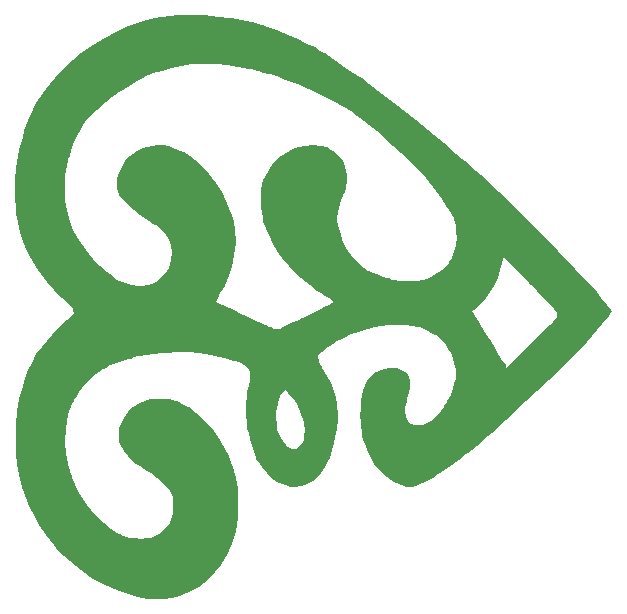
<source format=gbo>
G04*
G04 #@! TF.GenerationSoftware,Altium Limited,Altium Designer,18.1.7 (191)*
G04*
G04 Layer_Color=32896*
%FSLAX44Y44*%
%MOMM*%
G71*
G01*
G75*
G36*
X2040475Y801968D02*
X2051607Y800796D01*
X2062154Y799625D01*
X2071529Y797867D01*
X2079732Y796109D01*
X2086177Y794351D01*
X2088521Y793765D01*
X2090279D01*
X2090865Y793179D01*
X2091451D01*
X2101411Y789664D01*
X2110200Y785562D01*
X2118989Y782047D01*
X2126606Y777945D01*
X2133051Y775016D01*
X2137739Y772086D01*
X2140668Y770328D01*
X2141840Y769742D01*
X2158246Y758610D01*
X2165863Y753336D01*
X2172894Y748649D01*
X2178754Y743961D01*
X2182855Y741032D01*
X2185785Y738688D01*
X2186957Y738102D01*
X2203363Y725212D01*
X2219183Y712907D01*
X2233831Y700603D01*
X2246721Y690056D01*
X2252581Y684783D01*
X2257854Y680681D01*
X2262541Y676580D01*
X2266643Y673064D01*
X2269572Y670135D01*
X2271916Y668377D01*
X2273088Y667205D01*
X2273674Y666619D01*
X2288908Y652557D01*
X2303556Y638495D01*
X2317032Y625018D01*
X2329337Y612714D01*
X2334610Y607440D01*
X2339298Y602753D01*
X2343399Y598066D01*
X2346915Y594550D01*
X2349844Y591620D01*
X2352188Y589277D01*
X2353360Y588105D01*
X2353946Y587519D01*
X2359805Y581074D01*
X2365078Y575215D01*
X2367422Y573457D01*
X2369180Y571699D01*
X2369766Y570527D01*
X2370352Y569941D01*
X2375625Y562910D01*
X2380313Y557051D01*
X2382070Y554707D01*
X2383828Y552949D01*
X2384414Y551777D01*
X2385000Y551191D01*
X2383242Y548848D01*
X2382656Y547676D01*
X2381484Y545918D01*
X2380898Y545332D01*
X2372110Y535371D01*
X2363321Y525411D01*
X2355118Y516622D01*
X2347501Y509005D01*
X2341055Y502560D01*
X2335782Y497286D01*
X2332852Y494356D01*
X2331681Y493185D01*
X2321720Y483810D01*
X2312345Y475021D01*
X2302970Y466818D01*
X2295353Y459201D01*
X2288322Y453342D01*
X2283049Y448654D01*
X2279533Y445725D01*
X2278361Y444553D01*
X2270158Y437522D01*
X2262541Y431662D01*
X2259612Y429319D01*
X2257268Y427561D01*
X2256096Y426389D01*
X2255510Y425803D01*
X2246721Y419358D01*
X2239104Y414085D01*
X2236174Y412327D01*
X2233831Y410569D01*
X2232073Y409983D01*
X2231487Y409397D01*
X2226800Y406468D01*
X2222698Y404710D01*
X2218597Y403538D01*
X2215667Y402952D01*
X2212737D01*
X2210394D01*
X2209222Y403538D01*
X2208636D01*
X2204534Y404710D01*
X2200433Y406468D01*
X2193988Y411155D01*
X2191058Y413499D01*
X2189300Y415842D01*
X2188129Y417014D01*
X2187543Y417600D01*
X2183441Y422287D01*
X2180511Y427561D01*
X2178168Y432248D01*
X2176410Y436936D01*
X2175238Y440451D01*
X2174066Y443381D01*
X2173480Y445725D01*
Y446311D01*
X2172309Y458029D01*
X2171723Y463888D01*
X2172309Y468576D01*
Y476193D01*
X2172894Y478536D01*
Y479122D01*
X2174066Y484396D01*
X2175824Y488497D01*
X2176996Y491427D01*
X2177582Y492013D01*
Y492599D01*
X2181097Y496700D01*
X2185199Y499630D01*
X2188129Y500802D01*
X2188714Y501388D01*
X2189300D01*
X2192816Y502560D01*
X2195746Y503145D01*
X2198089Y503731D01*
X2199261D01*
X2202777Y503145D01*
X2206292Y501974D01*
X2208636Y500802D01*
X2209222Y500216D01*
X2212151Y497872D01*
X2213323Y495528D01*
X2213909Y493185D01*
Y485568D01*
X2213323Y483224D01*
Y482638D01*
X2212151Y479708D01*
X2211566Y477365D01*
X2210980Y475607D01*
Y475021D01*
X2210394Y472091D01*
X2209808Y469162D01*
Y466818D01*
X2210394Y462131D01*
X2212151Y458615D01*
X2213909Y456857D01*
X2214495Y456271D01*
X2218011Y455099D01*
X2222112D01*
X2225042D01*
X2225628Y455685D01*
X2226214D01*
X2230315Y458029D01*
X2233831Y460373D01*
X2240276Y466818D01*
X2242620Y470334D01*
X2243792Y472677D01*
X2244963Y474435D01*
X2245549Y475021D01*
X2248479Y480294D01*
X2250237Y485568D01*
X2251409Y490255D01*
X2252581Y493771D01*
Y501974D01*
X2251409Y507247D01*
X2250237Y511934D01*
X2248479Y516036D01*
X2246135Y519551D01*
X2244377Y522481D01*
X2243206Y524825D01*
X2242034Y525997D01*
X2241448Y526582D01*
X2237346Y530098D01*
X2233245Y532442D01*
X2229143Y534785D01*
X2225628Y536543D01*
X2222112Y537715D01*
X2219183Y538301D01*
X2217425Y538887D01*
X2216839D01*
X2209222Y539473D01*
X2202191D01*
X2195160D01*
X2189300Y538887D01*
X2184613Y538301D01*
X2181097Y537129D01*
X2178168Y536543D01*
X2177582D01*
X2170551Y534200D01*
X2164106Y531856D01*
X2158246Y528926D01*
X2152387Y525997D01*
X2148285Y523653D01*
X2144770Y521309D01*
X2142426Y520137D01*
X2141840Y519551D01*
X2138911Y517208D01*
X2137153Y514864D01*
X2135981Y513106D01*
X2135981Y512520D01*
X2136567Y509591D01*
X2137739Y506661D01*
X2138911Y504317D01*
X2139496Y503731D01*
X2143598Y496700D01*
X2147114Y490255D01*
X2149457Y483810D01*
X2151215Y477951D01*
X2151801Y473263D01*
X2152387Y469748D01*
X2152973Y466818D01*
Y459201D01*
X2151801Y451584D01*
X2150629Y445139D01*
X2149457Y439279D01*
X2147699Y434006D01*
X2146528Y429905D01*
X2145942Y427561D01*
X2145356Y426389D01*
X2141840Y419944D01*
X2138325Y414670D01*
X2135395Y411155D01*
X2134223Y410569D01*
Y409983D01*
X2131294Y407639D01*
X2128364Y405882D01*
X2122505Y403538D01*
X2119575D01*
X2117231Y402952D01*
X2116059D01*
X2115473D01*
X2111958D01*
X2108442Y404124D01*
X2102583Y405882D01*
X2099068Y408225D01*
X2098482Y408811D01*
X2097896Y409397D01*
X2092622Y414670D01*
X2088521Y419358D01*
X2086177Y423459D01*
X2085005Y424045D01*
Y424631D01*
X2084419Y425217D01*
Y425803D01*
X2083833Y426389D01*
Y426975D01*
X2079732Y438107D01*
X2078560Y443381D01*
X2077388Y448068D01*
X2076216Y451584D01*
Y454514D01*
X2075630Y456857D01*
Y457443D01*
X2075045Y463302D01*
Y473849D01*
X2075630Y479122D01*
X2076216Y483224D01*
X2076802Y486153D01*
X2077388Y488497D01*
Y489083D01*
X2077974Y492599D01*
Y499630D01*
X2077388Y501974D01*
Y502560D01*
X2076216Y503731D01*
X2075045Y504903D01*
X2070943Y507247D01*
X2066842Y509005D01*
X2065670Y509591D01*
X2065084D01*
X2056881Y511934D01*
X2048678Y513692D01*
X2041061Y515450D01*
X2034615Y516036D01*
X2028756Y516622D01*
X2024069Y517208D01*
X2021725D01*
X2020553D01*
X2004147Y516036D01*
X1996530Y515450D01*
X1990085Y514278D01*
X1984226Y513106D01*
X1979538Y512520D01*
X1977195Y511348D01*
X1976023D01*
X1964890Y507833D01*
X1960203Y505489D01*
X1956101Y503145D01*
X1952586Y501388D01*
X1950242Y499630D01*
X1948484Y499044D01*
X1947898Y498458D01*
X1943797Y494942D01*
X1939695Y490841D01*
X1933836Y483224D01*
X1931492Y479708D01*
X1929735Y476779D01*
X1929149Y475021D01*
X1928563Y474435D01*
X1926219Y468576D01*
X1924461Y463302D01*
X1922704Y451584D01*
X1922117Y441037D01*
X1922704Y431076D01*
X1924461Y422287D01*
X1926219Y415842D01*
X1926805Y413499D01*
X1927391Y411741D01*
X1927977Y410569D01*
Y409983D01*
X1933250Y397678D01*
X1940281Y387718D01*
X1947312Y378929D01*
X1954344Y372484D01*
X1960789Y367210D01*
X1966062Y363695D01*
X1970164Y361937D01*
X1970750Y361351D01*
X1971335D01*
X1976023Y359593D01*
X1980124Y359007D01*
X1987155Y358421D01*
X1990085Y359007D01*
X1992429D01*
X1993601Y359593D01*
X1994187D01*
X1997702Y360765D01*
X2001218Y363109D01*
X2006491Y367210D01*
X2009421Y371312D01*
X2010592Y372484D01*
Y373070D01*
X2012350Y377171D01*
X2012936Y380687D01*
X2013522Y387718D01*
Y392405D01*
X2012936Y393577D01*
Y394163D01*
X2011178Y397678D01*
X2009421Y401194D01*
X2004147Y407053D01*
X2001804Y408811D01*
X2000046Y410569D01*
X1998874Y411155D01*
X1998288Y411741D01*
X1994772Y414085D01*
X1991257Y415842D01*
X1988913Y417600D01*
X1988327Y418186D01*
X1984812Y420530D01*
X1981882Y422287D01*
X1980124Y424045D01*
X1979538Y424631D01*
X1974851Y428733D01*
X1971335Y432834D01*
X1969578Y436350D01*
X1968992Y436936D01*
Y437522D01*
X1967820Y440451D01*
X1967234Y443381D01*
Y448654D01*
X1967820Y450998D01*
Y452756D01*
X1968406Y453927D01*
Y454514D01*
X1971335Y460959D01*
X1974851Y466232D01*
X1977781Y469162D01*
X1978367Y470334D01*
X1978952D01*
X1984812Y473849D01*
X1991257Y476193D01*
X1993601Y476779D01*
X1995944D01*
X1997116Y477365D01*
X1997702D01*
X2004733D01*
X2010592Y476779D01*
X2012936Y476193D01*
X2014694Y475607D01*
X2015866Y475021D01*
X2016452D01*
X2022897Y472091D01*
X2028170Y469162D01*
X2031686Y466232D01*
X2032272Y465060D01*
X2032858D01*
X2041061Y457443D01*
X2047506Y449826D01*
X2052779Y442209D01*
X2056881Y435178D01*
X2060396Y428733D01*
X2062154Y424045D01*
X2063326Y421116D01*
X2063912Y419944D01*
X2066256Y410569D01*
X2068013Y400608D01*
X2068599Y391819D01*
Y383030D01*
X2068013Y375999D01*
X2067428Y370140D01*
Y368382D01*
X2066842Y366624D01*
Y365452D01*
X2063326Y354320D01*
X2059225Y344945D01*
X2053951Y336742D01*
X2048678Y330297D01*
X2043405Y325024D01*
X2039303Y320922D01*
X2036373Y318578D01*
X2035202Y317992D01*
X2028756Y314477D01*
X2022311Y312133D01*
X2016452Y309789D01*
X2011178Y308618D01*
X2006491Y308032D01*
X2002975Y307446D01*
X2000632D01*
X2000046D01*
X1993015Y308032D01*
X1986570Y308618D01*
X1984226Y309203D01*
X1982468Y309789D01*
X1981296Y310375D01*
X1980710D01*
X1973093Y312719D01*
X1966062Y315063D01*
X1959617Y317992D01*
X1953758Y320336D01*
X1949070Y322680D01*
X1945555Y325024D01*
X1943211Y326195D01*
X1942625Y326781D01*
X1930907Y335570D01*
X1925633Y340258D01*
X1920946Y344359D01*
X1917430Y347875D01*
X1914500Y350804D01*
X1912743Y353148D01*
X1912157Y353734D01*
X1905712Y361937D01*
X1899852Y370726D01*
X1895165Y378929D01*
X1891649Y386546D01*
X1888720Y392991D01*
X1886962Y397678D01*
X1885790Y401194D01*
X1885204Y401780D01*
Y402366D01*
X1882860Y412327D01*
X1881103Y421702D01*
X1880517Y431076D01*
X1879931Y439279D01*
Y456857D01*
X1881103Y465646D01*
X1882274Y473263D01*
X1884032Y480880D01*
X1885790Y487325D01*
X1886962Y492599D01*
X1888720Y496700D01*
X1889306Y499044D01*
X1889892Y500216D01*
X1893407Y507833D01*
X1897509Y514864D01*
X1902196Y521309D01*
X1906297Y526582D01*
X1910399Y531270D01*
X1913329Y534785D01*
X1915672Y537129D01*
X1916258Y537715D01*
X1918602Y540059D01*
X1920946Y542402D01*
X1922703Y543574D01*
X1923289Y544160D01*
X1925633Y546504D01*
X1927391Y548262D01*
X1928563Y549434D01*
X1929149Y550020D01*
X1928563Y552363D01*
Y553535D01*
X1927977Y554707D01*
X1927391Y555293D01*
X1924461Y557637D01*
X1923875Y558223D01*
X1923289Y558809D01*
X1920360Y561738D01*
X1919774Y562324D01*
X1919188Y562910D01*
X1912743Y569355D01*
X1906883Y576386D01*
X1901610Y582831D01*
X1897509Y589277D01*
X1893993Y594550D01*
X1891649Y598652D01*
X1890477Y600995D01*
X1889892Y602167D01*
X1886376Y610370D01*
X1884032Y618573D01*
X1881689Y626776D01*
X1880517Y633807D01*
X1879931Y640252D01*
X1879345Y645526D01*
Y661346D01*
X1880517Y672478D01*
X1882274Y682439D01*
X1884032Y691228D01*
X1885790Y698259D01*
X1886962Y704118D01*
X1888134Y707634D01*
X1888720Y708220D01*
Y708806D01*
X1892821Y718181D01*
X1897509Y727555D01*
X1903368Y735759D01*
X1908641Y743376D01*
X1913329Y749235D01*
X1917430Y753922D01*
X1920360Y756852D01*
X1921532Y758024D01*
X1928563Y764469D01*
X1935594Y770328D01*
X1942625Y775016D01*
X1949656Y779703D01*
X1963132Y787320D01*
X1975437Y792594D01*
X1985984Y796109D01*
X1990671Y797867D01*
X1994187Y798453D01*
X1997702Y799625D01*
X2000046D01*
X2001218Y800210D01*
X2001804D01*
X2011764Y801382D01*
X2016452Y801968D01*
X2020553D01*
X2024069Y802554D01*
X2026998D01*
X2028756D01*
X2029342D01*
X2040475Y801968D01*
D02*
G37*
%LPC*%
G36*
X2043990Y760953D02*
X2037545D01*
X2032858Y760368D01*
X2029928D01*
X2028756D01*
X2019967Y759196D01*
X2011178Y757438D01*
X2003561Y755094D01*
X1996530Y752750D01*
X1990671Y750407D01*
X1985984Y748063D01*
X1983640Y746891D01*
X1982468Y746305D01*
X1974851Y741618D01*
X1967820Y736930D01*
X1961375Y732829D01*
X1956101Y728141D01*
X1951414Y724626D01*
X1948484Y721696D01*
X1946140Y719939D01*
X1945555Y719353D01*
X1939695Y712907D01*
X1935594Y705876D01*
X1931492Y699431D01*
X1928563Y692986D01*
X1926805Y687127D01*
X1925633Y683025D01*
X1924461Y680095D01*
Y678924D01*
X1922117Y666619D01*
X1921532Y655487D01*
X1922117Y645526D01*
X1923289Y637323D01*
X1925047Y630292D01*
X1926805Y625018D01*
X1927977Y621503D01*
X1928563Y620331D01*
X1933250Y611542D01*
X1939109Y603339D01*
X1945555Y595722D01*
X1951414Y589863D01*
X1957273Y584589D01*
X1961961Y581074D01*
X1964890Y578730D01*
X1965476Y578144D01*
X1966062D01*
X1970750Y575800D01*
X1975437Y574043D01*
X1979538Y573457D01*
X1983054Y572871D01*
X1986570D01*
X1988913D01*
X1990671Y573457D01*
X1991257D01*
X1995358Y574628D01*
X1998874Y576386D01*
X2004733Y581074D01*
X2006491Y583418D01*
X2008249Y585761D01*
X2008835Y586933D01*
X2009421Y587519D01*
X2010592Y591035D01*
X2011764Y594550D01*
X2012350Y600409D01*
Y603339D01*
X2011764Y605097D01*
Y606855D01*
X2010592Y610370D01*
X2008835Y613300D01*
X2005319Y618573D01*
X2001804Y622089D01*
X2001218Y622675D01*
X2000632Y623260D01*
X1996530Y625604D01*
X1993015Y627948D01*
X1990671Y629706D01*
X1989499Y630292D01*
X1985398Y633221D01*
X1982468Y635565D01*
X1980124Y637323D01*
X1978952Y637909D01*
X1974265Y642010D01*
X1970750Y646112D01*
X1968406Y649041D01*
X1967820Y649627D01*
Y650213D01*
X1966648Y653143D01*
X1966062Y655487D01*
X1965476Y660760D01*
X1966062Y663104D01*
Y664861D01*
X1966648Y666033D01*
Y666619D01*
X1969578Y673650D01*
X1972507Y678924D01*
X1975437Y681853D01*
X1976023Y683025D01*
X1976609D01*
X1982468Y687127D01*
X1987741Y689470D01*
X1990671Y690056D01*
X1992429Y690642D01*
X1993601Y691228D01*
X1994187D01*
X2000632Y691814D01*
X2006491D01*
X2008249Y691228D01*
X2010007D01*
X2011178Y690642D01*
X2011764D01*
X2017624Y688298D01*
X2022897Y685955D01*
X2026413Y683611D01*
X2026998Y683025D01*
X2027584D01*
X2036373Y675994D01*
X2043404Y667791D01*
X2049264Y659588D01*
X2054537Y651971D01*
X2058053Y644354D01*
X2060396Y638495D01*
X2061568Y636151D01*
X2062154Y634393D01*
X2062740Y633807D01*
Y633221D01*
X2064498Y626776D01*
X2065670Y620917D01*
X2066256Y609198D01*
X2065084Y598652D01*
X2062740Y589277D01*
X2060396Y581074D01*
X2058053Y575215D01*
X2056881Y572871D01*
X2055709Y571113D01*
X2055123Y570527D01*
Y569941D01*
X2052779Y566426D01*
X2052193Y565254D01*
Y564668D01*
X2050436Y561152D01*
X2049264Y559980D01*
Y559394D01*
X2058639Y555293D01*
X2062740Y553535D01*
X2066256Y551777D01*
X2069185Y550020D01*
X2071529Y549434D01*
X2072701Y548262D01*
X2073287D01*
X2081490Y544160D01*
X2089107Y540645D01*
X2092036Y539473D01*
X2094380Y538301D01*
X2095552Y537715D01*
X2096138D01*
X2099068Y536543D01*
X2100239D01*
X2100825D01*
X2102583D01*
X2103755D01*
X2104341Y537129D01*
X2104927D01*
X2113130Y541231D01*
X2120161Y544160D01*
X2122505Y545918D01*
X2124848Y546504D01*
X2126020Y547676D01*
X2126606D01*
X2134809Y551777D01*
X2142426Y555879D01*
X2145356Y557051D01*
X2147699Y558223D01*
X2148871Y559394D01*
X2149457D01*
X2146528Y561738D01*
X2143598Y563496D01*
X2141840Y564668D01*
X2141254Y565254D01*
X2138325Y567011D01*
X2135395Y568769D01*
X2133637Y569941D01*
X2133051Y570527D01*
X2121919Y579316D01*
X2117231Y583418D01*
X2113130Y587519D01*
X2110200Y591035D01*
X2107856Y593964D01*
X2106099Y595722D01*
X2105513Y596308D01*
X2101411Y602167D01*
X2097896Y608026D01*
X2094966Y613886D01*
X2092622Y619159D01*
X2090865Y623847D01*
X2089693Y627362D01*
X2089107Y629706D01*
Y630878D01*
X2087935Y639666D01*
X2087349Y647283D01*
Y650213D01*
X2087935Y652557D01*
Y654315D01*
X2088521Y658416D01*
X2089693Y662518D01*
X2093208Y669549D01*
X2094966Y672478D01*
X2096724Y674822D01*
X2097310Y675994D01*
X2097896Y676580D01*
X2104341Y682439D01*
X2110200Y686541D01*
X2113130Y687712D01*
X2114888Y688884D01*
X2116059Y689470D01*
X2116645D01*
X2124262Y691228D01*
X2131293Y691814D01*
X2134223D01*
X2136567Y691228D01*
X2138325D01*
X2138911D01*
X2143598Y690056D01*
X2147114Y688298D01*
X2150043Y685955D01*
X2152973Y683611D01*
X2154731Y681853D01*
X2155903Y680096D01*
X2157074Y678924D01*
Y678338D01*
X2158832Y674236D01*
X2160004Y670135D01*
X2160590Y666619D01*
Y660174D01*
X2160004Y657830D01*
X2159418Y656072D01*
Y655487D01*
X2158832Y652557D01*
X2158246Y651385D01*
X2157074Y649041D01*
X2156488Y647869D01*
X2154145Y642010D01*
X2152973Y635565D01*
X2152387Y629706D01*
X2152973Y623847D01*
X2154145Y619159D01*
X2155316Y615644D01*
X2155903Y612714D01*
X2156488Y612128D01*
X2160004Y605097D01*
X2164106Y599238D01*
X2168207Y594550D01*
X2171723Y590449D01*
X2175238Y588105D01*
X2178168Y585761D01*
X2179926Y585175D01*
X2180511Y584589D01*
X2187543Y581660D01*
X2193402Y579902D01*
X2195746Y579316D01*
X2197503Y578730D01*
X2198675Y578144D01*
X2199261D01*
X2206292Y576972D01*
X2212151D01*
X2215081D01*
X2216839D01*
X2218011D01*
X2218597D01*
X2225628Y578144D01*
X2231487Y580488D01*
X2236760Y583418D01*
X2240862Y586347D01*
X2244377Y589863D01*
X2246721Y592206D01*
X2247893Y594550D01*
X2248479Y595136D01*
X2251409Y601581D01*
X2253166Y607440D01*
X2253752Y613300D01*
X2253166Y618573D01*
X2252581Y623260D01*
X2251994Y627362D01*
X2250823Y629706D01*
Y630292D01*
X2248479Y634393D01*
X2246135Y638495D01*
X2244377Y640838D01*
X2243792Y642010D01*
X2240862Y646112D01*
X2238518Y649627D01*
X2236760Y651971D01*
X2236174Y653143D01*
X2224456Y667205D01*
X2212151Y680096D01*
X2199847Y691228D01*
X2189300Y701189D01*
X2179340Y709392D01*
X2175238Y712321D01*
X2171723Y715251D01*
X2169379Y717009D01*
X2167035Y718767D01*
X2165863Y719353D01*
X2165277Y719939D01*
X2150629Y728727D01*
X2135395Y736345D01*
X2120747Y742790D01*
X2106685Y748063D01*
X2100825Y750407D01*
X2094966Y752165D01*
X2089693Y753336D01*
X2085591Y754508D01*
X2082076Y755680D01*
X2079732Y756266D01*
X2077974Y756852D01*
X2077388D01*
X2068013Y758610D01*
X2059225Y759781D01*
X2051022Y760368D01*
X2043990Y760953D01*
D02*
G37*
G36*
X2293009Y598066D02*
X2291838Y592206D01*
X2290080Y586347D01*
X2288908Y581660D01*
X2287150Y578144D01*
X2285978Y574629D01*
X2284807Y572285D01*
X2283635Y571113D01*
Y570527D01*
X2278361Y562910D01*
X2272502Y556465D01*
X2270158Y554121D01*
X2267815Y552363D01*
X2266643Y551777D01*
X2266057Y551191D01*
X2271916Y542403D01*
X2276604Y534785D01*
X2278361Y531856D01*
X2280119Y529512D01*
X2280705Y528340D01*
X2281291Y527754D01*
X2286564Y518965D01*
X2291252Y511348D01*
X2293009Y508419D01*
X2294767Y506075D01*
X2295353Y504317D01*
X2295939Y503731D01*
X2302970Y510762D01*
X2308829Y517208D01*
X2311759Y519551D01*
X2313517Y521895D01*
X2314689Y523067D01*
X2315275Y523653D01*
X2322892Y531270D01*
X2329923Y537715D01*
X2332267Y540059D01*
X2334610Y542403D01*
X2335782Y543574D01*
X2336368Y544160D01*
X2338126Y546504D01*
Y550020D01*
X2335782Y553535D01*
X2335196Y554707D01*
X2334610Y555293D01*
X2327579Y562324D01*
X2321134Y568769D01*
X2318790Y571699D01*
X2316447Y573457D01*
X2315275Y574629D01*
X2314689Y575215D01*
X2307072Y583418D01*
X2300041Y590449D01*
X2297111Y593378D01*
X2294767Y595722D01*
X2293595Y597480D01*
X2293009Y598066D01*
D02*
G37*
G36*
X2107856Y484982D02*
X2104927Y481466D01*
X2103169Y477365D01*
X2101997Y473263D01*
X2100825Y469162D01*
X2100239Y466232D01*
Y460959D01*
X2100825Y455685D01*
X2101411Y450998D01*
X2103169Y447482D01*
X2104341Y443967D01*
X2106099Y441623D01*
X2107856Y439865D01*
X2108442Y438694D01*
X2109028Y438107D01*
X2110786Y436350D01*
X2111958Y435764D01*
X2114888Y434592D01*
X2116645Y435178D01*
X2117231D01*
X2120161Y436936D01*
X2121919Y439279D01*
X2123091Y441037D01*
X2123676Y442209D01*
X2124262Y445725D01*
X2124848Y449826D01*
X2123676Y456857D01*
X2123091Y459787D01*
X2122505Y462131D01*
X2121919Y463888D01*
Y464474D01*
X2117817Y473263D01*
X2115473Y476779D01*
X2113130Y479708D01*
X2110786Y482052D01*
X2109614Y483810D01*
X2108442Y484396D01*
X2107856Y484982D01*
D02*
G37*
%LPD*%
M02*

</source>
